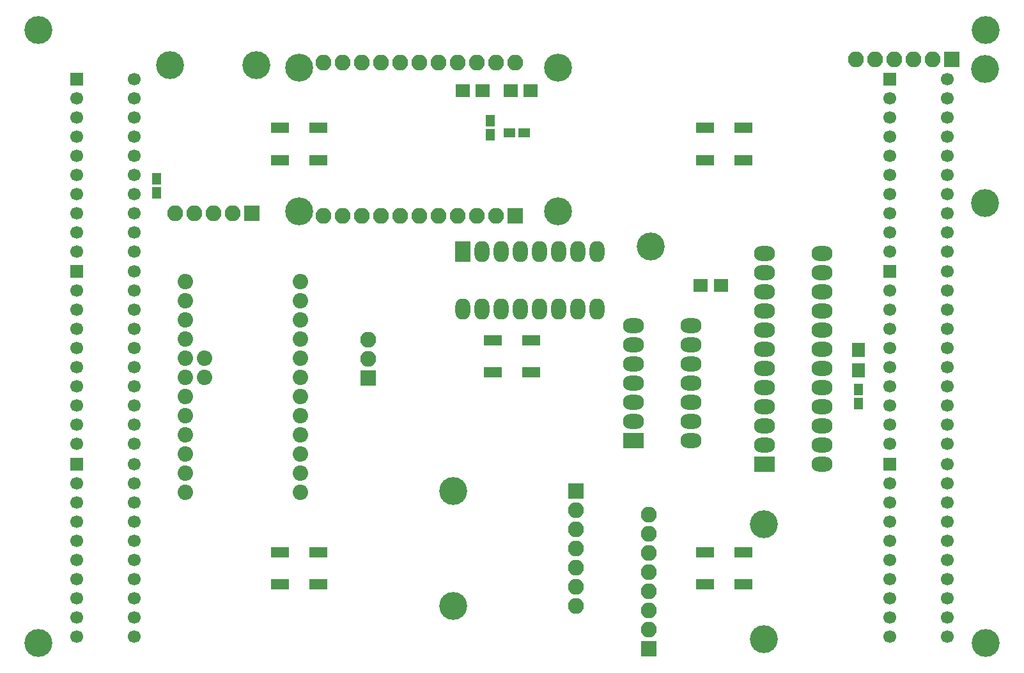
<source format=gbr>
G04 #@! TF.FileFunction,Soldermask,Top*
%FSLAX46Y46*%
G04 Gerber Fmt 4.6, Leading zero omitted, Abs format (unit mm)*
G04 Created by KiCad (PCBNEW 4.0.6) date 09/02/17 13:52:09*
%MOMM*%
%LPD*%
G01*
G04 APERTURE LIST*
%ADD10C,0.100000*%
%ADD11C,3.702000*%
%ADD12R,2.100000X2.100000*%
%ADD13O,2.100000X2.100000*%
%ADD14C,2.048460*%
%ADD15R,1.700000X1.700000*%
%ADD16C,1.700000*%
%ADD17R,2.381200X1.390600*%
%ADD18R,2.800000X2.000000*%
%ADD19O,2.800000X2.000000*%
%ADD20O,3.702000X3.702000*%
%ADD21R,2.000000X2.800000*%
%ADD22O,2.000000X2.800000*%
%ADD23R,1.900000X1.700000*%
%ADD24R,1.700000X1.900000*%
%ADD25R,1.600000X1.150000*%
%ADD26R,1.150000X1.600000*%
G04 APERTURE END LIST*
D10*
D11*
X157543500Y-96012000D03*
X201866500Y-90233500D03*
D12*
X197421500Y-71183500D03*
D13*
X194881500Y-71183500D03*
X192341500Y-71183500D03*
X189801500Y-71183500D03*
X187261500Y-71183500D03*
X184721500Y-71183500D03*
D11*
X201866500Y-72453500D03*
X76454000Y-148590000D03*
X201930000Y-148590000D03*
X76454000Y-67310000D03*
D14*
X111125000Y-108267500D03*
X111125000Y-110807500D03*
X111125000Y-113347500D03*
X111125000Y-115887500D03*
X111125000Y-118427500D03*
X95885000Y-128587500D03*
X95885000Y-126044960D03*
X95885000Y-123507500D03*
X95885000Y-120967500D03*
X95885000Y-118427500D03*
X95885000Y-113347500D03*
X95885000Y-110807500D03*
X95885000Y-108267500D03*
X95885000Y-105727500D03*
X95885000Y-103187500D03*
X95885000Y-100647500D03*
X98425000Y-113347500D03*
X98425000Y-110807500D03*
X95885000Y-115887500D03*
X111125000Y-128587500D03*
X111125000Y-126044960D03*
X111125000Y-100647500D03*
X111125000Y-103187500D03*
X111125000Y-105727500D03*
X111125000Y-123507500D03*
X111125000Y-120967500D03*
D15*
X81534000Y-99314000D03*
D16*
X81534000Y-101854000D03*
X81534000Y-104394000D03*
X81534000Y-106934000D03*
X89154000Y-117094000D03*
X89154000Y-114554000D03*
X89154000Y-112014000D03*
X89154000Y-109474000D03*
X81534000Y-109474000D03*
X81534000Y-112014000D03*
X81534000Y-114554000D03*
X81534000Y-117094000D03*
X89154000Y-119634000D03*
X89154000Y-122174000D03*
X81534000Y-122174000D03*
X81534000Y-119634000D03*
X89154000Y-106934000D03*
X89154000Y-104394000D03*
X89154000Y-101854000D03*
X89154000Y-99314000D03*
D17*
X169862500Y-84563000D03*
X169862500Y-80283000D03*
X164782500Y-84563000D03*
X164782500Y-80283000D03*
X141706600Y-112693500D03*
X141706600Y-108413500D03*
X136626600Y-112693500D03*
X136626600Y-108413500D03*
X113538000Y-140824000D03*
X113538000Y-136544000D03*
X108458000Y-140824000D03*
X108458000Y-136544000D03*
D11*
X105346500Y-71945500D03*
D12*
X104711500Y-91630500D03*
D13*
X102171500Y-91630500D03*
X99631500Y-91630500D03*
X97091500Y-91630500D03*
X94551500Y-91630500D03*
D11*
X93916500Y-71945500D03*
D17*
X169862500Y-140824000D03*
X169862500Y-136544000D03*
X164782500Y-140824000D03*
X164782500Y-136544000D03*
X113538000Y-84563000D03*
X113538000Y-80283000D03*
X108458000Y-84563000D03*
X108458000Y-80283000D03*
D18*
X155257500Y-121729500D03*
D19*
X162877500Y-106489500D03*
X155257500Y-119189500D03*
X162877500Y-109029500D03*
X155257500Y-116649500D03*
X162877500Y-111569500D03*
X155257500Y-114109500D03*
X162877500Y-114109500D03*
X155257500Y-111569500D03*
X162877500Y-116649500D03*
X155257500Y-109029500D03*
X162877500Y-119189500D03*
X155257500Y-106489500D03*
X162877500Y-121729500D03*
D20*
X110998000Y-72263000D03*
X110998000Y-91313000D03*
X145288000Y-91313000D03*
D13*
X114173000Y-71628000D03*
X116713000Y-71628000D03*
X119253000Y-71628000D03*
X121793000Y-71628000D03*
X124333000Y-71628000D03*
X126873000Y-71628000D03*
X129413000Y-71628000D03*
X131953000Y-71628000D03*
X134493000Y-71628000D03*
X137033000Y-71628000D03*
X139573000Y-71628000D03*
D12*
X139573000Y-91948000D03*
D13*
X137033000Y-91948000D03*
X134493000Y-91948000D03*
X131953000Y-91948000D03*
X129413000Y-91948000D03*
X126873000Y-91948000D03*
X124333000Y-91948000D03*
X121793000Y-91948000D03*
X119253000Y-91948000D03*
X116713000Y-91948000D03*
X114173000Y-91948000D03*
D20*
X145288000Y-72263000D03*
D11*
X131381500Y-143637000D03*
D12*
X147637500Y-128397000D03*
D13*
X147637500Y-130937000D03*
X147637500Y-133477000D03*
X147637500Y-136017000D03*
X147637500Y-138557000D03*
X147637500Y-141097000D03*
X147637500Y-143637000D03*
D11*
X131381500Y-128397000D03*
D21*
X132651500Y-96710500D03*
D22*
X150431500Y-104330500D03*
X135191500Y-96710500D03*
X147891500Y-104330500D03*
X137731500Y-96710500D03*
X145351500Y-104330500D03*
X140271500Y-96710500D03*
X142811500Y-104330500D03*
X142811500Y-96710500D03*
X140271500Y-104330500D03*
X145351500Y-96710500D03*
X137731500Y-104330500D03*
X147891500Y-96710500D03*
X135191500Y-104330500D03*
X150431500Y-96710500D03*
X132651500Y-104330500D03*
D18*
X172656500Y-124904500D03*
D19*
X180276500Y-96964500D03*
X172656500Y-122364500D03*
X180276500Y-99504500D03*
X172656500Y-119824500D03*
X180276500Y-102044500D03*
X172656500Y-117284500D03*
X180276500Y-104584500D03*
X172656500Y-114744500D03*
X180276500Y-107124500D03*
X172656500Y-112204500D03*
X180276500Y-109664500D03*
X172656500Y-109664500D03*
X180276500Y-112204500D03*
X172656500Y-107124500D03*
X180276500Y-114744500D03*
X172656500Y-104584500D03*
X180276500Y-117284500D03*
X172656500Y-102044500D03*
X180276500Y-119824500D03*
X172656500Y-99504500D03*
X180276500Y-122364500D03*
X172656500Y-96964500D03*
X180276500Y-124904500D03*
D11*
X172529500Y-132842000D03*
D12*
X157289500Y-149352000D03*
D13*
X157289500Y-146812000D03*
X157289500Y-144272000D03*
X157289500Y-141732000D03*
X157289500Y-139192000D03*
X157289500Y-136652000D03*
X157289500Y-134112000D03*
X157289500Y-131572000D03*
D11*
X172529500Y-148082000D03*
D12*
X120142000Y-113411000D03*
D13*
X120142000Y-110871000D03*
X120142000Y-108331000D03*
D23*
X135335000Y-75311000D03*
X132635000Y-75311000D03*
X138985000Y-75311000D03*
X141685000Y-75311000D03*
X164194500Y-101155500D03*
X166894500Y-101155500D03*
D24*
X185039000Y-112411500D03*
X185039000Y-109711500D03*
D15*
X189230000Y-124841000D03*
D16*
X189230000Y-127381000D03*
X189230000Y-129921000D03*
X189230000Y-132461000D03*
X196850000Y-142621000D03*
X196850000Y-140081000D03*
X196850000Y-137541000D03*
X196850000Y-135001000D03*
X189230000Y-135001000D03*
X189230000Y-137541000D03*
X189230000Y-140081000D03*
X189230000Y-142621000D03*
X196850000Y-145161000D03*
X196850000Y-147701000D03*
X189230000Y-147701000D03*
X189230000Y-145161000D03*
X196850000Y-132461000D03*
X196850000Y-129921000D03*
X196850000Y-127381000D03*
X196850000Y-124841000D03*
D15*
X189230000Y-99314000D03*
D16*
X189230000Y-101854000D03*
X189230000Y-104394000D03*
X189230000Y-106934000D03*
X196850000Y-117094000D03*
X196850000Y-114554000D03*
X196850000Y-112014000D03*
X196850000Y-109474000D03*
X189230000Y-109474000D03*
X189230000Y-112014000D03*
X189230000Y-114554000D03*
X189230000Y-117094000D03*
X196850000Y-119634000D03*
X196850000Y-122174000D03*
X189230000Y-122174000D03*
X189230000Y-119634000D03*
X196850000Y-106934000D03*
X196850000Y-104394000D03*
X196850000Y-101854000D03*
X196850000Y-99314000D03*
D15*
X189230000Y-73787000D03*
D16*
X189230000Y-76327000D03*
X189230000Y-78867000D03*
X189230000Y-81407000D03*
X196850000Y-91567000D03*
X196850000Y-89027000D03*
X196850000Y-86487000D03*
X196850000Y-83947000D03*
X189230000Y-83947000D03*
X189230000Y-86487000D03*
X189230000Y-89027000D03*
X189230000Y-91567000D03*
X196850000Y-94107000D03*
X196850000Y-96647000D03*
X189230000Y-96647000D03*
X189230000Y-94107000D03*
X196850000Y-81407000D03*
X196850000Y-78867000D03*
X196850000Y-76327000D03*
X196850000Y-73787000D03*
D15*
X81534000Y-124841000D03*
D16*
X81534000Y-127381000D03*
X81534000Y-129921000D03*
X81534000Y-132461000D03*
X89154000Y-142621000D03*
X89154000Y-140081000D03*
X89154000Y-137541000D03*
X89154000Y-135001000D03*
X81534000Y-135001000D03*
X81534000Y-137541000D03*
X81534000Y-140081000D03*
X81534000Y-142621000D03*
X89154000Y-145161000D03*
X89154000Y-147701000D03*
X81534000Y-147701000D03*
X81534000Y-145161000D03*
X89154000Y-132461000D03*
X89154000Y-129921000D03*
X89154000Y-127381000D03*
X89154000Y-124841000D03*
D15*
X81534000Y-73787000D03*
D16*
X81534000Y-76327000D03*
X81534000Y-78867000D03*
X81534000Y-81407000D03*
X89154000Y-91567000D03*
X89154000Y-89027000D03*
X89154000Y-86487000D03*
X89154000Y-83947000D03*
X81534000Y-83947000D03*
X81534000Y-86487000D03*
X81534000Y-89027000D03*
X81534000Y-91567000D03*
X89154000Y-94107000D03*
X89154000Y-96647000D03*
X81534000Y-96647000D03*
X81534000Y-94107000D03*
X89154000Y-81407000D03*
X89154000Y-78867000D03*
X89154000Y-76327000D03*
X89154000Y-73787000D03*
D25*
X140777000Y-80962500D03*
X138877000Y-80962500D03*
D26*
X92075000Y-86997500D03*
X92075000Y-88897500D03*
X136334500Y-79314000D03*
X136334500Y-81214000D03*
X185039000Y-114937500D03*
X185039000Y-116837500D03*
D11*
X201930000Y-67310000D03*
M02*

</source>
